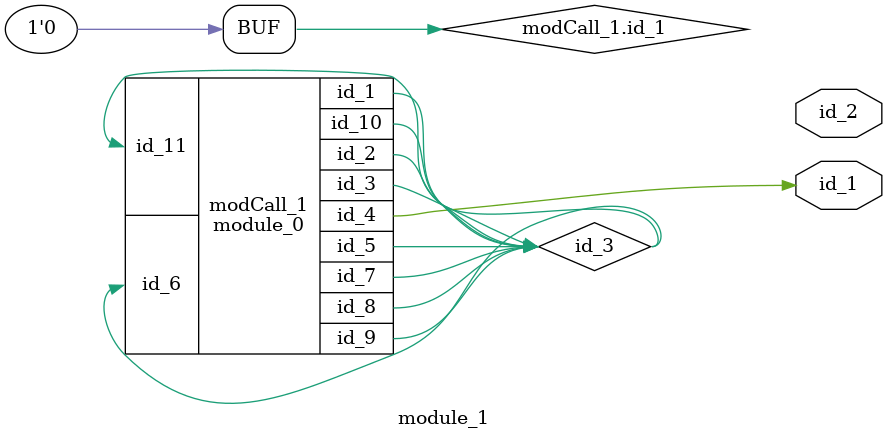
<source format=v>
module module_0 (
    id_1,
    id_2,
    id_3,
    id_4,
    id_5,
    id_6,
    id_7,
    id_8,
    id_9,
    id_10,
    id_11
);
  input wire id_11;
  output wire id_10;
  output wire id_9;
  inout wire id_8;
  inout wire id_7;
  input wire id_6;
  inout wire id_5;
  output wire id_4;
  inout wire id_3;
  inout wire id_2;
  output wire id_1;
  assign id_1 = 1;
endmodule
module module_1 (
    id_1,
    id_2
);
  output wire id_2;
  output wire id_1;
  wire id_3;
  module_0 modCall_1 (
      id_3,
      id_3,
      id_3,
      id_1,
      id_3,
      id_3,
      id_3,
      id_3,
      id_3,
      id_3,
      id_3
  );
  assign modCall_1.id_1 = 0;
endmodule

</source>
